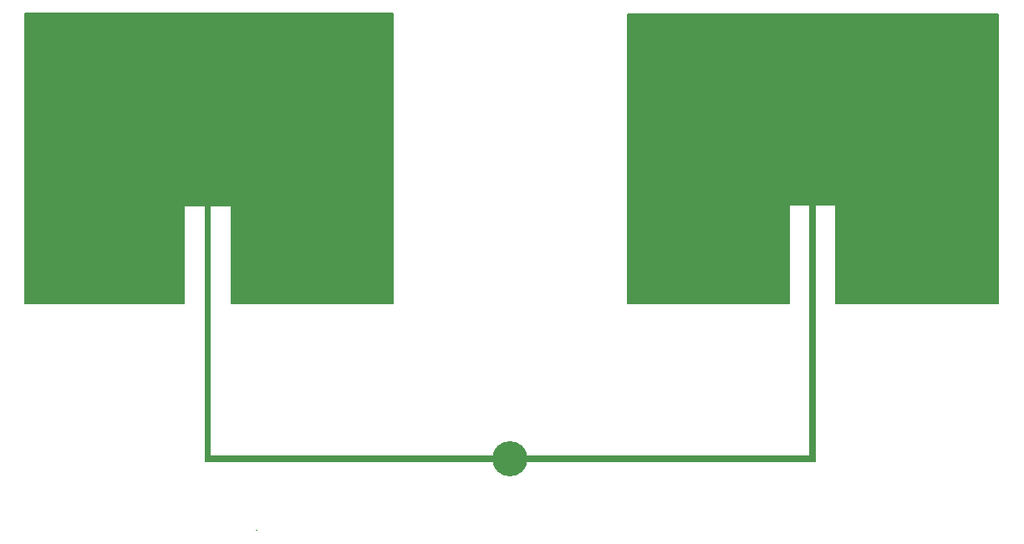
<source format=gbr>
%TF.GenerationSoftware,KiCad,Pcbnew,9.0.4*%
%TF.CreationDate,2025-10-02T09:51:56+02:00*%
%TF.ProjectId,Patch_Antenna,50617463-685f-4416-9e74-656e6e612e6b,rev?*%
%TF.SameCoordinates,Original*%
%TF.FileFunction,Copper,L1,Top*%
%TF.FilePolarity,Positive*%
%FSLAX46Y46*%
G04 Gerber Fmt 4.6, Leading zero omitted, Abs format (unit mm)*
G04 Created by KiCad (PCBNEW 9.0.4) date 2025-10-02 09:51:56*
%MOMM*%
%LPD*%
G01*
G04 APERTURE LIST*
G04 Aperture macros list*
%AMRoundRect*
0 Rectangle with rounded corners*
0 $1 Rounding radius*
0 $2 $3 $4 $5 $6 $7 $8 $9 X,Y pos of 4 corners*
0 Add a 4 corners polygon primitive as box body*
4,1,4,$2,$3,$4,$5,$6,$7,$8,$9,$2,$3,0*
0 Add four circle primitives for the rounded corners*
1,1,$1+$1,$2,$3*
1,1,$1+$1,$4,$5*
1,1,$1+$1,$6,$7*
1,1,$1+$1,$8,$9*
0 Add four rect primitives between the rounded corners*
20,1,$1+$1,$2,$3,$4,$5,0*
20,1,$1+$1,$4,$5,$6,$7,0*
20,1,$1+$1,$6,$7,$8,$9,0*
20,1,$1+$1,$8,$9,$2,$3,0*%
G04 Aperture macros list end*
%TA.AperFunction,EtchedComponent*%
%ADD10C,0.200000*%
%TD*%
%TA.AperFunction,ComponentPad*%
%ADD11C,3.556000*%
%TD*%
%TA.AperFunction,SMDPad,CuDef*%
%ADD12RoundRect,0.104625X-1.045375X-0.244125X1.045375X-0.244125X1.045375X0.244125X-1.045375X0.244125X0*%
%TD*%
%TA.AperFunction,SMDPad,CuDef*%
%ADD13RoundRect,0.104063X-1.043437X-0.242812X1.043437X-0.242812X1.043437X0.242812X-1.043437X0.242812X0*%
%TD*%
%TA.AperFunction,Conductor*%
%ADD14C,0.200000*%
%TD*%
G04 APERTURE END LIST*
%TO.C,AE2*%
D10*
X115175000Y-113871250D02*
X145900000Y-113871250D01*
X145900000Y-114371250D01*
X115175000Y-114371250D01*
X115175000Y-113871250D01*
%TA.AperFunction,EtchedComponent*%
G36*
X115175000Y-113871250D02*
G01*
X145900000Y-113871250D01*
X145900000Y-114371250D01*
X115175000Y-114371250D01*
X115175000Y-113871250D01*
G37*
%TD.AperFunction*%
X134005000Y-98336770D02*
X117607000Y-98336770D01*
X117607000Y-88418370D01*
X115473400Y-88418370D01*
X115473400Y-114371250D01*
X114976600Y-114371250D01*
X114976600Y-88411970D01*
X112843000Y-88411970D01*
X112843000Y-98336770D01*
X96750600Y-98336770D01*
X96750600Y-69006050D01*
X134005000Y-69006050D01*
X134005000Y-98336770D01*
%TA.AperFunction,EtchedComponent*%
G36*
X134005000Y-98336770D02*
G01*
X117607000Y-98336770D01*
X117607000Y-88418370D01*
X115473400Y-88418370D01*
X115473400Y-114371250D01*
X114976600Y-114371250D01*
X114976600Y-88411970D01*
X112843000Y-88411970D01*
X112843000Y-98336770D01*
X96750600Y-98336770D01*
X96750600Y-69006050D01*
X134005000Y-69006050D01*
X134005000Y-98336770D01*
G37*
%TD.AperFunction*%
X145210000Y-113870000D02*
X176405000Y-113870000D01*
X176405000Y-114380000D01*
X145210000Y-114380000D01*
X145210000Y-113870000D01*
%TA.AperFunction,EtchedComponent*%
G36*
X145210000Y-113870000D02*
G01*
X176405000Y-113870000D01*
X176405000Y-114380000D01*
X145210000Y-114380000D01*
X145210000Y-113870000D01*
G37*
%TD.AperFunction*%
X195305000Y-98345520D02*
X178857000Y-98345520D01*
X178857000Y-88367120D01*
X176723400Y-88367120D01*
X176723400Y-114380000D01*
X176226600Y-114380000D01*
X176226600Y-88380720D01*
X174093000Y-88380720D01*
X174093000Y-98345520D01*
X157800600Y-98345520D01*
X157800600Y-69014800D01*
X195305000Y-69014800D01*
X195305000Y-98345520D01*
%TA.AperFunction,EtchedComponent*%
G36*
X195305000Y-98345520D02*
G01*
X178857000Y-98345520D01*
X178857000Y-88367120D01*
X176723400Y-88367120D01*
X176723400Y-114380000D01*
X176226600Y-114380000D01*
X176226600Y-88380720D01*
X174093000Y-88380720D01*
X174093000Y-98345520D01*
X157800600Y-98345520D01*
X157800600Y-69014800D01*
X195305000Y-69014800D01*
X195305000Y-98345520D01*
G37*
%TD.AperFunction*%
%TD*%
D11*
%TO.P,J2,1,In*%
%TO.N,Net-(AE2-A)*%
X145800000Y-114121250D03*
%TD*%
D12*
%TO.P,AE2,1,A*%
%TO.N,N/C*%
X144845000Y-114121250D03*
%TD*%
D13*
%TO.P,AE2,1,A*%
%TO.N,Net-(AE2-A)*%
X146282500Y-114126875D03*
%TD*%
D14*
%TO.N,Net-(AE1-A)*%
X120150000Y-121292400D02*
X120175000Y-121317400D01*
%TD*%
M02*

</source>
